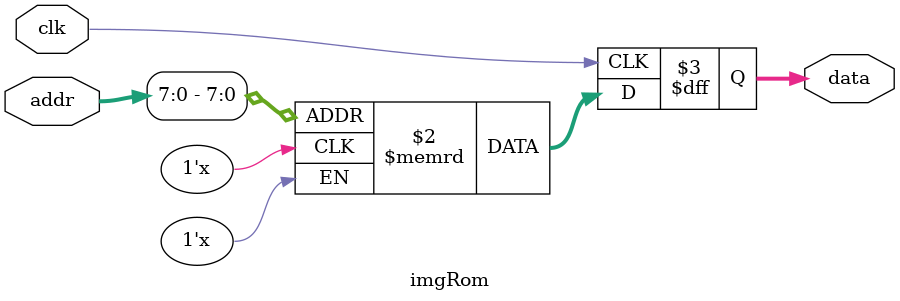
<source format=sv>
`timescale 1ns / 1ps

module TOP (
    input  logic clk,
    input  logic reset,
    input  logic cam_mode, // 1: camera mode, 0: uart mode
    input  logic rx,
    output logic tx
);

    logic                       start_read;
    logic                       w_start_read;
    wire                        oe;

    logic [$clog2(240*176)-1:0] write_addr;
    logic [               23:0] write_rgb_data;
    logic                       write_en;

    logic [$clog2(240*176)-1:0] read_addr;
    logic [               23:0] read_img_data;
    logic                       DE;

    logic [7:0] o_r, o_g, o_b;

    logic       canny_de;
    logic [7:0] canny_data;

    logic       tx_fifo_full;
    logic       tx_push;

    top_uart_rx_logic U_TOP_UART_RX_LOGIC (
        .clk       (clk),
        .reset     (reset),
        .rx        (rx),
        .cam_mode  (cam_mode), // camera mode
        .rgb_data  (write_rgb_data),
        .pixel_done(write_en),
        .pixel_cnt (write_addr),
        .frame_done(w_start_read)
    );

    rx_ram U_IMG_RAM (
        .clk         (clk),
        .we          (write_en),        //pixel_done
        .wData       (write_rgb_data),
        .wAddr       (write_addr),      //pixel_cnt
        .frame_done  (w_start_read),
        .o_frame_done(start_read),
        .oe          (oe),              //read enable
        .rAddr       (read_addr),
        .imgData     (read_img_data)
    );

    top_filter #(
        .WIDTH         (8),
        .H_RES         (176),
        .BRIGHTNESS_ADD(30),
        .BRIGHTNESS_SUB(30),
        .TH_HIGH       (230),
        .TH_LOW        (180)
    ) U_TOP_FILTER (
        .clk     (clk),
        .rstn    (!reset),
        .i_vsync (1'b0),
        .i_hsync (1'b0),
        .i_de    (DE),
        .i_r_data(o_r),
        .i_g_data(o_g),
        .i_b_data(o_b),
        .o_vsync (),
        .o_hsync (),
        .o_de    (canny_de),
        .o_data  (canny_data)
    );

    /*Simple_DP_RAM U_FRAME_BUFFER (
            .clk(clk),
            .we(write_en),
            .waddr(write_addr),
            .wdata(write_rgb_data),
            .raddr(read_addr),
            .rdata(read_img_data)
        );
        */

    ImgReader U_ImgReader (
        .clk       (clk),
        .reset     (reset),
        .start_read(start_read),
        .img       (read_img_data),
        .addr      (read_addr),
        .re        (oe),
        .o_de      (DE),
        .r_port    (o_r),
        .g_port    (o_g),
        .b_port    (o_b)
    );
    
    /*
     uart_tx_fifo U_UART_TX_FIFO (
        .clk         (clk),
        .reset       (reset),
        .tx_data     (canny_data),
        .push        (canny_de),
        .tx          (tx),
        .tx_fifo_full()
    );
    */
    

    top_uart_tx_logic U_TOP_UART_TX_LOGIC (
        .clk       (clk),
        .reset     (reset),
        .canny_de  (canny_de),
        .canny_data(canny_data),
        .tx        (tx)
    );
    
    

endmodule

module ImgReader (
    input  logic        clk,
    input  logic        reset,
    input  logic        start_read,
    input  logic [23:0] img,
    output logic [15:0] addr,
    output logic        o_de,
    output logic        re,
    output logic [ 7:0] r_port,
    output logic [ 7:0] g_port,
    output logic [ 7:0] b_port
);

    logic [ 7:0] x_cnt;  // 0~171 移댁슫?꽣
    logic [ 7:0] y_cnt;  // 0~239 移댁슫?꽣
    logic        reading;
    logic [23:0] reg_rgb_data;


    always_ff @(posedge clk) begin
        if (reset) begin
            reading <= 1'b0;
        end else if (start_read) begin
            reading <= 1'b1;
        end else if (x_cnt == 175 && y_cnt == 239) begin
            reading <= 1'b0;
        end
    end

    always_ff @(posedge clk) begin
        if (reset || !reading) begin
            x_cnt <= 0;
            y_cnt <= 0;
        end else begin
            if (x_cnt == 175) begin
                x_cnt <= 0;
                if (y_cnt == 239) y_cnt <= 0;
                else y_cnt <= y_cnt + 1;
            end else begin
                x_cnt <= x_cnt + 1;
            end
        end
    end

    assign addr = reading ? (y_cnt * 176 + x_cnt) : 'h0;

    always_ff @(posedge clk) begin
        re   <= reading;
        o_de <= re;
    end

    assign reg_rgb_data = re ? {img[23:16], img[15:8], img[7:0]} : 'b0;
    assign {r_port, g_port, b_port} = o_de ? reg_rgb_data : 'b0;


endmodule

module imgRom (
    input  logic                       clk,
    input  logic [$clog2(176*240)-1:0] addr,
    output logic [               23:0] data
);
    logic [23:0] mem[0:255];

    always_ff @(posedge clk) begin
        data <= mem[addr[7:0]];
    end
endmodule

</source>
